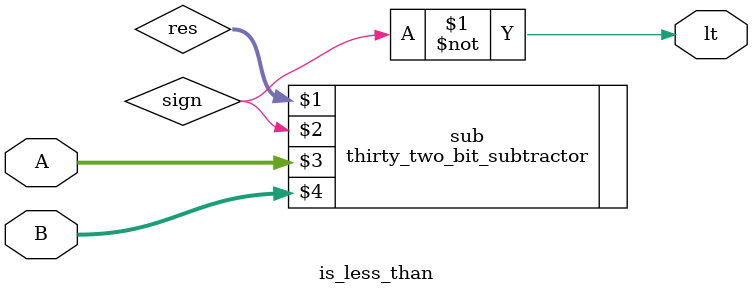
<source format=v>
module is_less_than(output lt, input [31:0] A, input [31:0] B);
	
	wire sign;
	wire [31:0]res;
	
	thirty_two_bit_subtractor sub(res, sign, A[31:0], B[31:0]);
	
	not not1(lt, sign);
	
endmodule
</source>
